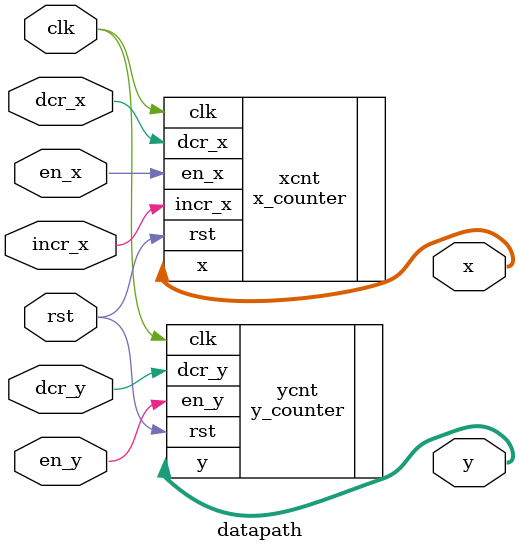
<source format=sv>
module datapath 
(
	input logic rst, clk, en_x, en_y, incr_x, dcr_x, dcr_y,
	output logic [31:0] x, y
);

	x_counter xcnt
	(
		.rst(rst), 
		.clk(clk), 
		.en_x(en_x), 
		.incr_x(incr_x), 
		.dcr_x(dcr_x), 
		.x(x)
	);

	y_counter ycnt
	(
		.rst(rst), 
		.clk(clk), 
		.en_y(en_y),
		.dcr_y(dcr_y), 
		.y(y)
	);	

endmodule
</source>
